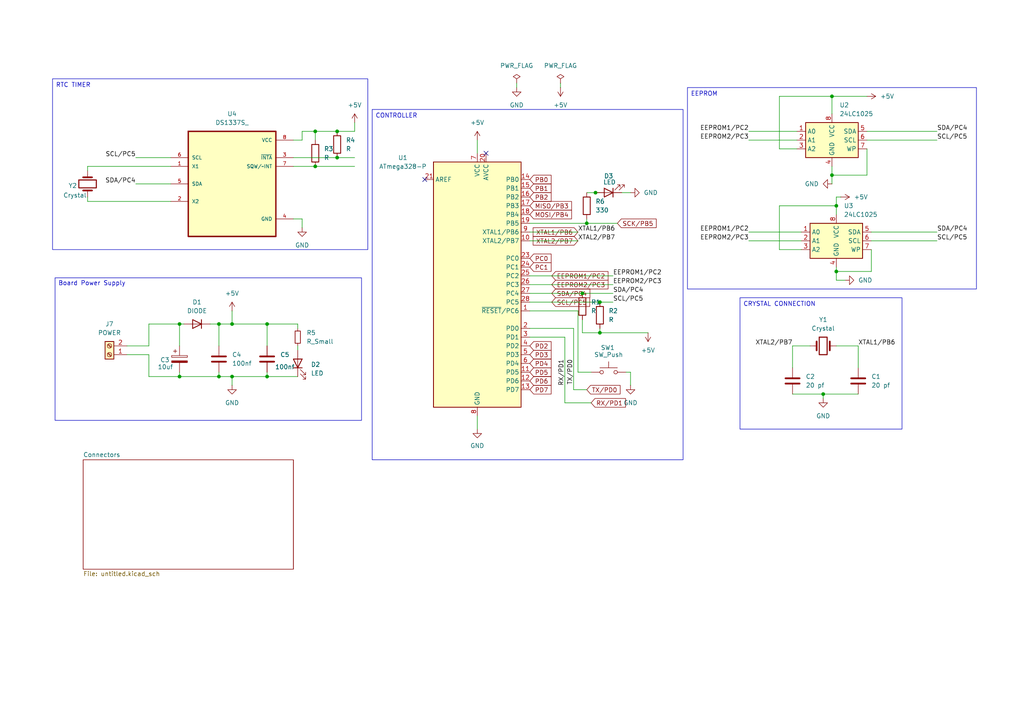
<source format=kicad_sch>
(kicad_sch (version 20231120) (generator "eeschema") (generator_version "8.0")
  (paper "A4")
  (lib_symbols
    (symbol "Connector:Screw_Terminal_01x02" (pin_names (offset 1.016) hide)
      (property "Reference" "J" (at 0 2.54 0))
      (property "Value" "Screw_Terminal_01x02" (at 0 -5.08 0))
      (symbol "Screw_Terminal_01x02_1_1"
        (rectangle (start -1.27 1.27) (end 1.27 -3.81) (stroke (width 0.254)) (fill (type background)))
        (circle (center 0 -2.54) (radius 0.635) (stroke (width 0.1524)))
        (polyline (pts (xy -0.5334 -2.2098) (xy 0.3302 -3.048)) (stroke (width 0.1524)))
        (polyline (pts (xy -0.5334 0.3302) (xy 0.3302 -0.508)) (stroke (width 0.1524)))
        (polyline (pts (xy -0.3556 -2.032) (xy 0.508 -2.8702)) (stroke (width 0.1524)))
        (polyline (pts (xy -0.3556 0.508) (xy 0.508 -0.3302)) (stroke (width 0.1524)))
        (circle (center 0 0) (radius 0.635) (stroke (width 0.1524)))
        (pin passive line (at -5.08 0 0) (length 3.81) (name "Pin_1") (number "1"))
        (pin passive line (at -5.08 -2.54 0) (length 3.81) (name "Pin_2") (number "2"))
      )
    )
    (symbol "DS1337S_:DS1337S_" (pin_names (offset 1.016))
      (property "Reference" "U" (at -12.7 16.24 0))
      (property "Value" "DS1337S_" (at -12.7 -19.24 0))
      (symbol "DS1337S__0_0"
        (rectangle (start -12.7 -15.24) (end 12.7 15.24) (stroke (width 0.41)) (fill (type background)))
        (pin input line (at -17.78 5.08 0) (length 5.08) (name "X1") (number "1"))
        (pin bidirectional line (at -17.78 -5.08 0) (length 5.08) (name "X2") (number "2"))
        (pin output line (at 17.78 7.62 180) (length 5.08) (name "~{INTA}") (number "3"))
        (pin power_in line (at 17.78 -10.16 180) (length 5.08) (name "GND") (number "4"))
        (pin bidirectional line (at -17.78 0 0) (length 5.08) (name "SDA") (number "5"))
        (pin input line (at -17.78 7.62 0) (length 5.08) (name "SCL") (number "6"))
        (pin output line (at 17.78 5.08 180) (length 5.08) (name "SQW/~INT") (number "7"))
        (pin power_in line (at 17.78 12.7 180) (length 5.08) (name "VCC") (number "8"))
      )
    )
    (symbol "Device:C" (pin_numbers hide) (pin_names (offset 0.254))
      (property "Reference" "C" (at 0.635 2.54 0))
      (property "Value" "C" (at 0.635 -2.54 0))
      (symbol "C_0_1"
        (polyline (pts (xy -2.032 -0.762) (xy 2.032 -0.762)) (stroke (width 0.508)))
        (polyline (pts (xy -2.032 0.762) (xy 2.032 0.762)) (stroke (width 0.508)))
      )
      (symbol "C_1_1"
        (pin passive line (at 0 3.81 270) (length 2.794) (name "~") (number "1"))
        (pin passive line (at 0 -3.81 90) (length 2.794) (name "~") (number "2"))
      )
    )
    (symbol "Device:C_Polarized" (pin_numbers hide) (pin_names (offset 0.254))
      (property "Reference" "C" (at 0.635 2.54 0))
      (property "Value" "C_Polarized" (at 0.635 -2.54 0))
      (symbol "C_Polarized_0_1"
        (rectangle (start -2.286 0.508) (end 2.286 1.016))
        (polyline (pts (xy -1.778 2.286) (xy -0.762 2.286)))
        (polyline (pts (xy -1.27 2.794) (xy -1.27 1.778)))
        (rectangle (start 2.286 -0.508) (end -2.286 -1.016) (fill (type outline)))
      )
      (symbol "C_Polarized_1_1"
        (pin passive line (at 0 3.81 270) (length 2.794) (name "~") (number "1"))
        (pin passive line (at 0 -3.81 90) (length 2.794) (name "~") (number "2"))
      )
    )
    (symbol "Device:Crystal" (pin_numbers hide) (pin_names (offset 1.016) hide)
      (property "Reference" "Y" (at 0 3.81 0))
      (property "Value" "Crystal" (at 0 -3.81 0))
      (symbol "Crystal_0_1"
        (rectangle (start -1.143 2.54) (end 1.143 -2.54) (stroke (width 0.3048)))
        (polyline (pts (xy -2.54 0) (xy -1.905 0)))
        (polyline (pts (xy -1.905 -1.27) (xy -1.905 1.27)) (stroke (width 0.508)))
        (polyline (pts (xy 1.905 -1.27) (xy 1.905 1.27)) (stroke (width 0.508)))
        (polyline (pts (xy 2.54 0) (xy 1.905 0)))
      )
      (symbol "Crystal_1_1"
        (pin passive line (at -3.81 0 0) (length 1.27) (name "1") (number "1"))
        (pin passive line (at 3.81 0 180) (length 1.27) (name "2") (number "2"))
      )
    )
    (symbol "Device:D" (pin_numbers hide) (pin_names (offset 1.016) hide)
      (property "Reference" "D" (at 0 2.54 0))
      (property "Value" "D" (at 0 -2.54 0))
      (symbol "D_0_1"
        (polyline (pts (xy -1.27 1.27) (xy -1.27 -1.27)) (stroke (width 0.254)))
        (polyline (pts (xy 1.27 0) (xy -1.27 0)))
        (polyline (pts (xy 1.27 1.27) (xy 1.27 -1.27) (xy -1.27 0) (xy 1.27 1.27)) (stroke (width 0.254)))
      )
      (symbol "D_1_1"
        (pin passive line (at -3.81 0 0) (length 2.54) (name "K") (number "1"))
        (pin passive line (at 3.81 0 180) (length 2.54) (name "A") (number "2"))
      )
    )
    (symbol "Device:LED" (pin_numbers hide) (pin_names (offset 1.016) hide)
      (property "Reference" "D" (at 0 2.54 0))
      (property "Value" "LED" (at 0 -2.54 0))
      (symbol "LED_0_1"
        (polyline (pts (xy -1.27 -1.27) (xy -1.27 1.27)) (stroke (width 0.254)))
        (polyline (pts (xy -1.27 0) (xy 1.27 0)))
        (polyline (pts (xy 1.27 -1.27) (xy 1.27 1.27) (xy -1.27 0) (xy 1.27 -1.27)) (stroke (width 0.254)))
        (polyline (pts (xy -3.048 -0.762) (xy -4.572 -2.286) (xy -3.81 -2.286) (xy -4.572 -2.286) (xy -4.572 -1.524)))
        (polyline (pts (xy -1.778 -0.762) (xy -3.302 -2.286) (xy -2.54 -2.286) (xy -3.302 -2.286) (xy -3.302 -1.524)))
      )
      (symbol "LED_1_1"
        (pin passive line (at -3.81 0 0) (length 2.54) (name "K") (number "1"))
        (pin passive line (at 3.81 0 180) (length 2.54) (name "A") (number "2"))
      )
    )
    (symbol "Device:R" (pin_numbers hide) (pin_names (offset 0))
      (property "Reference" "R" (at 2.032 0 90))
      (property "Value" "R" (at 0 0 90))
      (symbol "R_0_1"
        (rectangle (start -1.016 -2.54) (end 1.016 2.54) (stroke (width 0.254)))
      )
      (symbol "R_1_1"
        (pin passive line (at 0 3.81 270) (length 1.27) (name "~") (number "1"))
        (pin passive line (at 0 -3.81 90) (length 1.27) (name "~") (number "2"))
      )
    )
    (symbol "Device:R_Small" (pin_numbers hide) (pin_names (offset 0.254) hide)
      (property "Reference" "R" (at 0.762 0.508 0))
      (property "Value" "R_Small" (at 0.762 -1.016 0))
      (symbol "R_Small_0_1"
        (rectangle (start -0.762 1.778) (end 0.762 -1.778) (stroke (width 0.2032)))
      )
      (symbol "R_Small_1_1"
        (pin passive line (at 0 2.54 270) (length 0.762) (name "~") (number "1"))
        (pin passive line (at 0 -2.54 90) (length 0.762) (name "~") (number "2"))
      )
    )
    (symbol "MCU_Microchip_ATmega:ATmega328-P"
      (property "Reference" "U" (at -12.7 36.83 0))
      (property "Value" "ATmega328-P" (at 2.54 -36.83 0))
      (symbol "ATmega328-P_0_1"
        (rectangle (start -12.7 -35.56) (end 12.7 35.56) (stroke (width 0.254)) (fill (type background)))
      )
      (symbol "ATmega328-P_1_1"
        (pin bidirectional line (at 15.24 -7.62 180) (length 2.54) (name "~{RESET}/PC6") (number "1"))
        (pin bidirectional line (at 15.24 12.7 180) (length 2.54) (name "XTAL2/PB7") (number "10"))
        (pin bidirectional line (at 15.24 -25.4 180) (length 2.54) (name "PD5") (number "11"))
        (pin bidirectional line (at 15.24 -27.94 180) (length 2.54) (name "PD6") (number "12"))
        (pin bidirectional line (at 15.24 -30.48 180) (length 2.54) (name "PD7") (number "13"))
        (pin bidirectional line (at 15.24 30.48 180) (length 2.54) (name "PB0") (number "14"))
        (pin bidirectional line (at 15.24 27.94 180) (length 2.54) (name "PB1") (number "15"))
        (pin bidirectional line (at 15.24 25.4 180) (length 2.54) (name "PB2") (number "16"))
        (pin bidirectional line (at 15.24 22.86 180) (length 2.54) (name "PB3") (number "17"))
        (pin bidirectional line (at 15.24 20.32 180) (length 2.54) (name "PB4") (number "18"))
        (pin bidirectional line (at 15.24 17.78 180) (length 2.54) (name "PB5") (number "19"))
        (pin bidirectional line (at 15.24 -12.7 180) (length 2.54) (name "PD0") (number "2"))
        (pin power_in line (at 2.54 38.1 270) (length 2.54) (name "AVCC") (number "20"))
        (pin passive line (at -15.24 30.48 0) (length 2.54) (name "AREF") (number "21"))
        (pin passive line (at 0 -38.1 90) (length 2.54) hide (name "GND") (number "22"))
        (pin bidirectional line (at 15.24 7.62 180) (length 2.54) (name "PC0") (number "23"))
        (pin bidirectional line (at 15.24 5.08 180) (length 2.54) (name "PC1") (number "24"))
        (pin bidirectional line (at 15.24 2.54 180) (length 2.54) (name "PC2") (number "25"))
        (pin bidirectional line (at 15.24 0 180) (length 2.54) (name "PC3") (number "26"))
        (pin bidirectional line (at 15.24 -2.54 180) (length 2.54) (name "PC4") (number "27"))
        (pin bidirectional line (at 15.24 -5.08 180) (length 2.54) (name "PC5") (number "28"))
        (pin bidirectional line (at 15.24 -15.24 180) (length 2.54) (name "PD1") (number "3"))
        (pin bidirectional line (at 15.24 -17.78 180) (length 2.54) (name "PD2") (number "4"))
        (pin bidirectional line (at 15.24 -20.32 180) (length 2.54) (name "PD3") (number "5"))
        (pin bidirectional line (at 15.24 -22.86 180) (length 2.54) (name "PD4") (number "6"))
        (pin power_in line (at 0 38.1 270) (length 2.54) (name "VCC") (number "7"))
        (pin power_in line (at 0 -38.1 90) (length 2.54) (name "GND") (number "8"))
        (pin bidirectional line (at 15.24 15.24 180) (length 2.54) (name "XTAL1/PB6") (number "9"))
      )
    )
    (symbol "Memory_EEPROM:24LC1025"
      (property "Reference" "U" (at -6.35 6.35 0))
      (property "Value" "24LC1025" (at 1.27 6.35 0))
      (symbol "24LC1025_1_1"
        (rectangle (start -7.62 5.08) (end 7.62 -5.08) (stroke (width 0.254)) (fill (type background)))
        (pin input line (at -10.16 2.54 0) (length 2.54) (name "A0") (number "1"))
        (pin input line (at -10.16 0 0) (length 2.54) (name "A1") (number "2"))
        (pin input line (at -10.16 -2.54 0) (length 2.54) (name "A2") (number "3"))
        (pin power_in line (at 0 -7.62 90) (length 2.54) (name "GND") (number "4"))
        (pin bidirectional line (at 10.16 2.54 180) (length 2.54) (name "SDA") (number "5"))
        (pin input line (at 10.16 0 180) (length 2.54) (name "SCL") (number "6"))
        (pin input line (at 10.16 -2.54 180) (length 2.54) (name "WP") (number "7"))
        (pin power_in line (at 0 7.62 270) (length 2.54) (name "VCC") (number "8"))
      )
    )
    (symbol "Switch:SW_Push" (pin_numbers hide) (pin_names (offset 1.016) hide)
      (property "Reference" "SW" (at 1.27 2.54 0))
      (property "Value" "SW_Push" (at 0 -1.524 0))
      (symbol "SW_Push_0_1"
        (circle (center -2.032 0) (radius 0.508))
        (polyline (pts (xy 0 1.27) (xy 0 3.048)))
        (polyline (pts (xy 2.54 1.27) (xy -2.54 1.27)))
        (circle (center 2.032 0) (radius 0.508))
        (pin passive line (at -5.08 0 0) (length 2.54) (name "1") (number "1"))
        (pin passive line (at 5.08 0 180) (length 2.54) (name "2") (number "2"))
      )
    )
    (symbol "power:+5V" (power) (pin_numbers hide) (pin_names (offset 0) hide)
      (property "Value" "+5V" (at 0 3.556 0))
      (symbol "+5V_0_1"
        (polyline (pts (xy -0.762 1.27) (xy 0 2.54)))
        (polyline (pts (xy 0 0) (xy 0 2.54)))
        (polyline (pts (xy 0 2.54) (xy 0.762 1.27)))
      )
      (symbol "+5V_1_1"
        (pin power_in line (at 0 0 90) (length 0) (name "~") (number "1"))
      )
    )
    (symbol "power:GND" (power) (pin_numbers hide) (pin_names (offset 0) hide)
      (property "Value" "GND" (at 0 -3.81 0))
      (symbol "GND_0_1"
        (polyline (pts (xy 0 0) (xy 0 -1.27) (xy 1.27 -1.27) (xy 0 -2.54) (xy -1.27 -1.27) (xy 0 -1.27)))
      )
      (symbol "GND_1_1"
        (pin power_in line (at 0 0 270) (length 0) (name "~") (number "1"))
      )
    )
    (symbol "power:PWR_FLAG" (power) (pin_numbers hide) (pin_names (offset 0) hide)
      (property "Value" "PWR_FLAG" (at 0 3.81 0))
      (symbol "PWR_FLAG_0_0"
        (pin power_out line (at 0 0 90) (length 0) (name "~") (number "1"))
      )
      (symbol "PWR_FLAG_0_1"
        (polyline (pts (xy 0 0) (xy 0 1.27) (xy -1.016 1.905) (xy 0 2.54) (xy 1.016 1.905) (xy 0 1.27)))
      )
    )
  )
  (junction (at 170.18 64.77))
  (junction (at 172.72 55.88))
  (junction (at 52.07 109.22))
  (junction (at 97.79 38.1))
  (junction (at 97.79 45.72))
  (junction (at 241.3 50.8))
  (junction (at 67.31 109.22))
  (junction (at 77.47 93.98))
  (junction (at 63.5 93.98))
  (junction (at 168.91 85.09))
  (junction (at 63.5 109.22))
  (junction (at 238.76 114.3))
  (junction (at 52.07 93.98))
  (junction (at 242.57 59.69))
  (junction (at 241.3 27.94))
  (junction (at 242.57 78.74))
  (junction (at 173.99 87.63))
  (junction (at 67.31 93.98))
  (junction (at 91.44 38.1))
  (junction (at 77.47 109.22))
  (junction (at 173.99 96.52))
  (junction (at 91.44 48.26))
  (no_connect (at 123.19 52.07))
  (no_connect (at 140.97 44.45))
  (wire (pts (xy 67.31 109.22) (xy 67.31 111.76)))
  (wire (pts (xy 173.99 87.63) (xy 177.8 87.63)))
  (wire (pts (xy 242.57 59.69) (xy 242.57 62.23)))
  (wire (pts (xy 60.96 93.98) (xy 63.5 93.98)))
  (wire (pts (xy 252.73 69.85) (xy 271.78 69.85)))
  (wire (pts (xy 248.92 114.3) (xy 238.76 114.3)))
  (wire (pts (xy 87.63 38.1) (xy 91.44 38.1)))
  (wire (pts (xy 242.57 77.47) (xy 242.57 78.74)))
  (wire (pts (xy 149.86 24.13) (xy 149.86 25.4)))
  (wire (pts (xy 153.67 80.01) (xy 177.8 80.01)))
  (wire (pts (xy 234.95 100.33) (xy 229.87 100.33)))
  (wire (pts (xy 39.37 45.72) (xy 49.53 45.72)))
  (wire (pts (xy 248.92 100.33) (xy 248.92 106.68)))
  (wire (pts (xy 43.18 109.22) (xy 52.07 109.22)))
  (wire (pts (xy 226.06 59.69) (xy 242.57 59.69)))
  (wire (pts (xy 86.36 100.33) (xy 86.36 101.6)))
  (wire (pts (xy 77.47 107.95) (xy 77.47 109.22)))
  (wire (pts (xy 229.87 114.3) (xy 238.76 114.3)))
  (wire (pts (xy 251.46 43.18) (xy 251.46 50.8)))
  (wire (pts (xy 52.07 109.22) (xy 63.5 109.22)))
  (wire (pts (xy 43.18 93.98) (xy 52.07 93.98)))
  (wire (pts (xy 181.61 107.95) (xy 182.88 107.95)))
  (wire (pts (xy 52.07 107.95) (xy 52.07 109.22)))
  (wire (pts (xy 52.07 93.98) (xy 53.34 93.98)))
  (wire (pts (xy 25.4 58.42) (xy 49.53 58.42)))
  (wire (pts (xy 242.57 57.15) (xy 242.57 59.69)))
  (wire (pts (xy 241.3 48.26) (xy 241.3 50.8)))
  (wire (pts (xy 217.17 40.64) (xy 231.14 40.64)))
  (wire (pts (xy 251.46 38.1) (xy 271.78 38.1)))
  (wire (pts (xy 251.46 40.64) (xy 271.78 40.64)))
  (wire (pts (xy 243.84 57.15) (xy 242.57 57.15)))
  (wire (pts (xy 91.44 38.1) (xy 91.44 40.64)))
  (wire (pts (xy 97.79 38.1) (xy 91.44 38.1)))
  (wire (pts (xy 242.57 78.74) (xy 242.57 81.28)))
  (wire (pts (xy 251.46 50.8) (xy 241.3 50.8)))
  (wire (pts (xy 91.44 48.26) (xy 102.87 48.26)))
  (wire (pts (xy 226.06 27.94) (xy 241.3 27.94)))
  (wire (pts (xy 162.56 24.13) (xy 162.56 25.4)))
  (wire (pts (xy 170.18 55.88) (xy 172.72 55.88)))
  (wire (pts (xy 217.17 67.31) (xy 232.41 67.31)))
  (wire (pts (xy 170.18 63.5) (xy 170.18 64.77)))
  (wire (pts (xy 153.67 82.55) (xy 177.8 82.55)))
  (wire (pts (xy 242.57 100.33) (xy 248.92 100.33)))
  (wire (pts (xy 241.3 50.8) (xy 241.3 53.34)))
  (wire (pts (xy 173.99 96.52) (xy 173.99 95.25)))
  (wire (pts (xy 172.72 55.88) (xy 173.99 55.88)))
  (wire (pts (xy 179.07 64.77) (xy 170.18 64.77)))
  (wire (pts (xy 217.17 38.1) (xy 231.14 38.1)))
  (wire (pts (xy 63.5 109.22) (xy 67.31 109.22)))
  (wire (pts (xy 39.37 53.34) (xy 49.53 53.34)))
  (wire (pts (xy 43.18 93.98) (xy 43.18 100.33)))
  (wire (pts (xy 226.06 43.18) (xy 226.06 27.94)))
  (wire (pts (xy 166.37 95.25) (xy 166.37 113.03)))
  (wire (pts (xy 67.31 90.17) (xy 67.31 93.98)))
  (wire (pts (xy 238.76 114.3) (xy 238.76 115.57)))
  (wire (pts (xy 153.67 85.09) (xy 168.91 85.09)))
  (wire (pts (xy 63.5 107.95) (xy 63.5 109.22)))
  (wire (pts (xy 153.67 97.79) (xy 163.83 97.79)))
  (wire (pts (xy 77.47 93.98) (xy 86.36 93.98)))
  (wire (pts (xy 85.09 48.26) (xy 91.44 48.26)))
  (wire (pts (xy 252.73 78.74) (xy 242.57 78.74)))
  (wire (pts (xy 87.63 63.5) (xy 87.63 66.04)))
  (wire (pts (xy 168.91 96.52) (xy 173.99 96.52)))
  (wire (pts (xy 52.07 93.98) (xy 52.07 100.33)))
  (wire (pts (xy 86.36 93.98) (xy 86.36 95.25)))
  (wire (pts (xy 36.83 100.33) (xy 43.18 100.33)))
  (wire (pts (xy 182.88 107.95) (xy 182.88 111.76)))
  (wire (pts (xy 153.67 90.17) (xy 167.64 90.17)))
  (wire (pts (xy 63.5 93.98) (xy 67.31 93.98)))
  (wire (pts (xy 85.09 45.72) (xy 97.79 45.72)))
  (wire (pts (xy 241.3 27.94) (xy 251.46 27.94)))
  (wire (pts (xy 97.79 45.72) (xy 102.87 45.72)))
  (wire (pts (xy 252.73 72.39) (xy 252.73 78.74)))
  (wire (pts (xy 77.47 93.98) (xy 77.47 100.33)))
  (wire (pts (xy 153.67 87.63) (xy 173.99 87.63)))
  (wire (pts (xy 49.53 48.26) (xy 25.4 48.26)))
  (wire (pts (xy 153.67 67.31) (xy 167.64 67.31)))
  (wire (pts (xy 25.4 48.26) (xy 25.4 49.53)))
  (wire (pts (xy 167.64 90.17) (xy 167.64 107.95)))
  (wire (pts (xy 170.18 64.77) (xy 153.67 64.77)))
  (wire (pts (xy 232.41 72.39) (xy 226.06 72.39)))
  (wire (pts (xy 231.14 43.18) (xy 226.06 43.18)))
  (wire (pts (xy 252.73 67.31) (xy 271.78 67.31)))
  (wire (pts (xy 241.3 33.02) (xy 241.3 27.94)))
  (wire (pts (xy 168.91 85.09) (xy 177.8 85.09)))
  (wire (pts (xy 167.64 107.95) (xy 171.45 107.95)))
  (wire (pts (xy 226.06 72.39) (xy 226.06 59.69)))
  (wire (pts (xy 180.34 55.88) (xy 182.88 55.88)))
  (wire (pts (xy 153.67 95.25) (xy 166.37 95.25)))
  (wire (pts (xy 166.37 113.03) (xy 170.18 113.03)))
  (wire (pts (xy 187.96 96.52) (xy 173.99 96.52)))
  (wire (pts (xy 138.43 120.65) (xy 138.43 124.46)))
  (wire (pts (xy 102.87 35.56) (xy 102.87 38.1)))
  (wire (pts (xy 217.17 69.85) (xy 232.41 69.85)))
  (wire (pts (xy 85.09 63.5) (xy 87.63 63.5)))
  (wire (pts (xy 102.87 38.1) (xy 97.79 38.1)))
  (wire (pts (xy 77.47 109.22) (xy 86.36 109.22)))
  (wire (pts (xy 168.91 92.71) (xy 168.91 96.52)))
  (wire (pts (xy 163.83 97.79) (xy 163.83 116.84)))
  (wire (pts (xy 67.31 93.98) (xy 77.47 93.98)))
  (wire (pts (xy 87.63 40.64) (xy 87.63 38.1)))
  (wire (pts (xy 67.31 109.22) (xy 77.47 109.22)))
  (wire (pts (xy 63.5 93.98) (xy 63.5 100.33)))
  (wire (pts (xy 43.18 102.87) (xy 43.18 109.22)))
  (wire (pts (xy 153.67 69.85) (xy 167.64 69.85)))
  (wire (pts (xy 242.57 81.28) (xy 245.11 81.28)))
  (wire (pts (xy 85.09 40.64) (xy 87.63 40.64)))
  (wire (pts (xy 229.87 100.33) (xy 229.87 106.68)))
  (wire (pts (xy 25.4 58.42) (xy 25.4 57.15)))
  (wire (pts (xy 36.83 102.87) (xy 43.18 102.87)))
  (wire (pts (xy 163.83 116.84) (xy 171.45 116.84)))
  (wire (pts (xy 138.43 40.64) (xy 138.43 44.45)))
  (rectangle (start 15.97 80.58) (end 104.86 121.92))
  (text_box "EEPROM\n" (at 199.39 25.4 0) (size 83.82 58.42) (effects (font (size 1.27 1.27)) (justify left top)))
  (text_box "CONTROLLER\n" (at 107.95 31.75 0) (size 90.17 101.6) (effects (font (size 1.27 1.27)) (justify left top)))
  (text_box "CRYSTAL CONNECTION\n" (at 214.63 86.36 0) (size 46.99 38.1) (effects (font (size 1.27 1.27)) (justify left top)))
  (text_box "RTC TIMER\n" (at 15.24 22.86 0) (size 91.44 49.53) (effects (font (size 1.27 1.27)) (justify left top)))
  (text "Board Power Supply\n" (at 26.67 82.296 0) (effects (font (size 1.27 1.27))))
  (label "EEPROM1{slash}PC2" (at 217.17 38.1 180))
  (label "EEPROM1{slash}PC2" (at 217.17 67.31 180))
  (label "XTAL1{slash}PB6" (at 167.64 67.31 0))
  (label "SDA{slash}PC4" (at 271.78 67.31 0))
  (label "SDA{slash}PC4" (at 271.78 38.1 0))
  (label "SCL{slash}PC5" (at 271.78 69.85 0))
  (label "RX{slash}PD1" (at 163.83 104.14 270))
  (label "XTAL2{slash}PB7" (at 229.87 100.33 180))
  (label "EEPROM2{slash}PC3" (at 217.17 69.85 180))
  (label "SCL{slash}PC5" (at 271.78 40.64 0))
  (label "EEPROM2{slash}PC3" (at 177.8 82.55 0))
  (label "EEPROM1{slash}PC2" (at 177.8 80.01 0))
  (label "XTAL1{slash}PB6" (at 248.92 100.33 0))
  (label "SDA{slash}PC4" (at 177.8 85.09 0))
  (label "SDA{slash}PC4" (at 39.37 53.34 180))
  (label "SCL{slash}PC5" (at 39.37 45.72 180))
  (label "TX{slash}PD0" (at 166.37 104.14 270))
  (label "SCL{slash}PC5" (at 177.8 87.63 0))
  (label "EEPROM2{slash}PC3" (at 217.17 40.64 180))
  (label "XTAL2{slash}PB7" (at 167.64 69.85 0))
  (global_label "PD2" (shape input) (at 153.67 100.33 0) (property "Intersheetrefs" "${INTERSHEET_REFS}" (effects (hide yes))))
  (global_label "PD7" (shape input) (at 153.67 113.03 0) (property "Intersheetrefs" "${INTERSHEET_REFS}" (effects (hide yes))))
  (global_label "PB1" (shape input) (at 153.67 54.61 0) (property "Intersheetrefs" "${INTERSHEET_REFS}" (effects (hide yes))))
  (global_label "XTAL1{slash}PB6" (shape input) (at 167.64 67.31 180) (property "Intersheetrefs" "${INTERSHEET_REFS}" (effects (hide yes))))
  (global_label "XTAL2{slash}PB7" (shape input) (at 167.64 69.85 180) (property "Intersheetrefs" "${INTERSHEET_REFS}" (effects (hide yes))))
  (global_label "EEPROM1{slash}PC2" (shape input) (at 160.02 80.01 0) (property "Intersheetrefs" "${INTERSHEET_REFS}" (effects (hide yes))))
  (global_label "RX{slash}PD1" (shape input) (at 171.45 116.84 0) (property "Intersheetrefs" "${INTERSHEET_REFS}" (effects (hide yes))))
  (global_label "TX{slash}PD0" (shape input) (at 170.18 113.03 0) (property "Intersheetrefs" "${INTERSHEET_REFS}" (effects (hide yes))))
  (global_label "MISO{slash}PB3" (shape input) (at 153.67 59.69 0) (property "Intersheetrefs" "${INTERSHEET_REFS}" (effects (hide yes))))
  (global_label "PD6" (shape input) (at 153.67 110.49 0) (property "Intersheetrefs" "${INTERSHEET_REFS}" (effects (hide yes))))
  (global_label "SCL{slash}PC5" (shape input) (at 160.02 87.63 0) (property "Intersheetrefs" "${INTERSHEET_REFS}" (effects (hide yes))))
  (global_label "PB0" (shape input) (at 153.67 52.07 0) (property "Intersheetrefs" "${INTERSHEET_REFS}" (effects (hide yes))))
  (global_label "MOSI{slash}PB4" (shape input) (at 153.67 62.23 0) (property "Intersheetrefs" "${INTERSHEET_REFS}" (effects (hide yes))))
  (global_label "PB2" (shape input) (at 153.67 57.15 0) (property "Intersheetrefs" "${INTERSHEET_REFS}" (effects (hide yes))))
  (global_label "SCK{slash}PB5" (shape input) (at 179.07 64.77 0) (property "Intersheetrefs" "${INTERSHEET_REFS}" (effects (hide yes))))
  (global_label "PD3" (shape input) (at 153.67 102.87 0) (property "Intersheetrefs" "${INTERSHEET_REFS}" (effects (hide yes))))
  (global_label "PD5" (shape input) (at 153.67 107.95 0) (property "Intersheetrefs" "${INTERSHEET_REFS}" (effects (hide yes))))
  (global_label "PD4" (shape input) (at 153.67 105.41 0) (property "Intersheetrefs" "${INTERSHEET_REFS}" (effects (hide yes))))
  (global_label "PC0" (shape input) (at 153.67 74.93 0) (property "Intersheetrefs" "${INTERSHEET_REFS}" (effects (hide yes))))
  (global_label "PC1" (shape input) (at 153.67 77.47 0) (property "Intersheetrefs" "${INTERSHEET_REFS}" (effects (hide yes))))
  (global_label "SDA{slash}PC4" (shape input) (at 160.02 85.09 0) (property "Intersheetrefs" "${INTERSHEET_REFS}" (effects (hide yes))))
  (global_label "EEPROM2{slash}PC3" (shape input) (at 160.02 82.55 0) (property "Intersheetrefs" "${INTERSHEET_REFS}" (effects (hide yes))))
  (symbol (lib_id "Device:LED") (at 176.53 55.88 180) (unit 1)
    (property "Reference" "D3" (at 176.53 51.054 0))
    (property "Value" "LED" (at 176.784 52.832 0))
    (property "Footprint" "LED_SMD:LED_1206_3216Metric" (effects (hide yes)))
    (property "Description" "Light emitting diode" (effects (hide yes)))
  )
  (symbol (lib_id "power:PWR_FLAG") (at 149.86 24.13 0) (unit 1)
    (property "Reference" "#FLG02" (effects (hide yes)))
    (property "Value" "PWR_FLAG" (at 149.86 19.05 0))
    (property "Description" "Special symbol for telling ERC where power comes from" (effects (hide yes)))
  )
  (symbol (lib_id "power:PWR_FLAG") (at 162.56 24.13 0) (unit 1)
    (property "Reference" "#FLG01" (effects (hide yes)))
    (property "Value" "PWR_FLAG" (at 162.56 19.05 0))
    (property "Description" "Special symbol for telling ERC where power comes from" (effects (hide yes)))
  )
  (symbol (lib_id "power:GND") (at 245.11 81.28 90) (unit 1)
    (property "Reference" "#PWR04" (effects (hide yes)))
    (property "Value" "GND" (at 248.92 81.2799 90) (effects (justify right)))
    (property "Description" "Power symbol creates a global label with name \"GND\" , ground" (effects (hide yes)))
  )
  (symbol (lib_id "Device:R") (at 97.79 41.91 0) (unit 1)
    (property "Reference" "R4" (at 100.33 40.6399 0) (effects (justify left)))
    (property "Value" "R" (at 100.33 43.1799 0) (effects (justify left)))
    (property "Footprint" "Resistor_SMD:R_0603_1608Metric" (effects (hide yes)))
    (property "Description" "Resistor" (effects (hide yes)))
  )
  (symbol (lib_id "power:GND") (at 182.88 55.88 90) (unit 1)
    (property "Reference" "#PWR022" (effects (hide yes)))
    (property "Value" "GND" (at 186.69 55.8799 90) (effects (justify right)))
    (property "Description" "Power symbol creates a global label with name \"GND\" , ground" (effects (hide yes)))
  )
  (symbol (lib_id "Device:Crystal") (at 25.4 53.34 270) (mirror x) (unit 1)
    (property "Reference" "Y2" (at 22.352 53.848 90) (effects (justify right)))
    (property "Value" "Crystal" (at 25.146 56.642 90) (effects (justify right)))
    (property "Footprint" "Crystal:Crystal_SMD_0603-2Pin_6.0x3.5mm" (effects (hide yes)))
    (property "Description" "Two pin crystal" (effects (hide yes)))
  )
  (symbol (lib_id "power:+5V") (at 243.84 57.15 270) (unit 1)
    (property "Reference" "#PWR02" (effects (hide yes)))
    (property "Value" "+5V" (at 247.65 57.1499 90) (effects (justify left)))
    (property "Description" "Power symbol creates a global label with name \"+5V\"" (effects (hide yes)))
  )
  (symbol (lib_id "MCU_Microchip_ATmega:ATmega328-P") (at 138.43 82.55 0) (unit 1)
    (property "Reference" "U1" (at 116.84 45.7514 0))
    (property "Value" "ATmega328-P" (at 116.84 48.2914 0))
    (property "Footprint" "Package_DIP:DIP-28_W7.62mm" (effects (hide yes)))
    (property "Datasheet" "http://ww1.microchip.com/downloads/en/DeviceDoc/ATmega328_P%20AVR%20MCU%20with%20picoPower%20Technology%20Data%20Sheet%2040001984A.pdf" (effects (hide yes)))
    (property "Description" "20MHz, 32kB Flash, 2kB SRAM, 1kB EEPROM, DIP-28" (effects (hide yes)))
  )
  (symbol (lib_id "Device:C") (at 77.47 104.14 0) (unit 1)
    (property "Reference" "C5" (at 81.28 102.8699 0) (effects (justify left)))
    (property "Value" "100nf" (at 79.756 106.426 0) (effects (justify left)))
    (property "Footprint" "Capacitor_SMD:C_0402_1005Metric" (effects (hide yes)))
    (property "Description" "Unpolarized capacitor" (effects (hide yes)))
  )
  (symbol (lib_id "Device:C") (at 229.87 110.49 0) (unit 1)
    (property "Reference" "C2" (at 233.68 109.2199 0) (effects (justify left)))
    (property "Value" "20 pf" (at 233.68 111.7599 0) (effects (justify left)))
    (property "Footprint" "Capacitor_SMD:C_0402_1005Metric" (effects (hide yes)))
    (property "Description" "Unpolarized capacitor" (effects (hide yes)))
  )
  (symbol (lib_id "Device:C") (at 63.5 104.14 0) (unit 1)
    (property "Reference" "C4" (at 67.31 102.8699 0) (effects (justify left)))
    (property "Value" "100nf" (at 67.31 105.4099 0) (effects (justify left)))
    (property "Footprint" "Capacitor_SMD:C_0402_1005Metric" (effects (hide yes)))
    (property "Description" "Unpolarized capacitor" (effects (hide yes)))
  )
  (symbol (lib_id "Device:Crystal") (at 238.76 100.33 0) (unit 1)
    (property "Reference" "Y1" (at 238.76 92.71 0))
    (property "Value" "Crystal" (at 238.76 95.25 0))
    (property "Footprint" "Crystal:Crystal_SMD_0603-2Pin_6.0x3.5mm" (effects (hide yes)))
    (property "Description" "Two pin crystal" (effects (hide yes)))
  )
  (symbol (lib_id "power:GND") (at 238.76 115.57 0) (unit 1)
    (property "Reference" "#PWR05" (effects (hide yes)))
    (property "Value" "GND" (at 238.76 120.65 0))
    (property "Description" "Power symbol creates a global label with name \"GND\" , ground" (effects (hide yes)))
  )
  (symbol (lib_id "power:+5V") (at 67.31 90.17 0) (unit 1)
    (property "Reference" "#PWR09" (effects (hide yes)))
    (property "Value" "+5V" (at 67.31 85.09 0))
    (property "Description" "Power symbol creates a global label with name \"+5V\"" (effects (hide yes)))
  )
  (symbol (lib_id "power:+5V") (at 187.96 96.52 180) (unit 1)
    (property "Reference" "#PWR01" (effects (hide yes)))
    (property "Value" "+5V" (at 187.96 101.6 0))
    (property "Description" "Power symbol creates a global label with name \"+5V\"" (effects (hide yes)))
  )
  (symbol (lib_id "Device:D") (at 57.15 93.98 180) (unit 1)
    (property "Reference" "D1" (at 57.15 87.63 0))
    (property "Value" "DIODE" (at 57.15 90.17 0))
    (property "Footprint" "Diode_THT:D_A-405_P7.62mm_Horizontal" (effects (hide yes)))
    (property "Description" "Diode" (effects (hide yes)))
    (property "Sim.Device" "D" (effects (hide yes)))
    (property "Sim.Pins" "1=K 2=A" (effects (hide yes)))
  )
  (symbol (lib_id "power:+5V") (at 251.46 27.94 270) (unit 1)
    (property "Reference" "#PWR06" (effects (hide yes)))
    (property "Value" "+5V" (at 255.27 27.9399 90) (effects (justify left)))
    (property "Description" "Power symbol creates a global label with name \"+5V\"" (effects (hide yes)))
  )
  (symbol (lib_id "power:GND") (at 241.3 53.34 270) (unit 1)
    (property "Reference" "#PWR03" (effects (hide yes)))
    (property "Value" "GND" (at 237.49 53.3399 90) (effects (justify right)))
    (property "Description" "Power symbol creates a global label with name \"GND\" , ground" (effects (hide yes)))
  )
  (symbol (lib_id "power:GND") (at 149.86 25.4 0) (unit 1)
    (property "Reference" "#PWR014" (effects (hide yes)))
    (property "Value" "GND" (at 149.86 30.48 0))
    (property "Description" "Power symbol creates a global label with name \"GND\" , ground" (effects (hide yes)))
  )
  (symbol (lib_id "Device:R") (at 173.99 91.44 0) (unit 1)
    (property "Reference" "R2" (at 176.53 90.1699 0) (effects (justify left)))
    (property "Value" "R" (at 176.53 92.7099 0) (effects (justify left)))
    (property "Footprint" "Resistor_SMD:R_0603_1608Metric" (effects (hide yes)))
    (property "Description" "Resistor" (effects (hide yes)))
  )
  (symbol (lib_id "Device:C") (at 248.92 110.49 0) (unit 1)
    (property "Reference" "C1" (at 252.73 109.2199 0) (effects (justify left)))
    (property "Value" "20 pf" (at 252.73 111.7599 0) (effects (justify left)))
    (property "Footprint" "Capacitor_SMD:C_0402_1005Metric" (effects (hide yes)))
    (property "Description" "Unpolarized capacitor" (effects (hide yes)))
  )
  (symbol (lib_id "power:+5V") (at 102.87 35.56 0) (unit 1)
    (property "Reference" "#PWR07" (effects (hide yes)))
    (property "Value" "+5V" (at 102.87 30.48 0))
    (property "Description" "Power symbol creates a global label with name \"+5V\"" (effects (hide yes)))
  )
  (symbol (lib_id "DS1337S_:DS1337S_") (at 67.31 53.34 0) (unit 1)
    (property "Reference" "U4" (at 67.31 33.02 0))
    (property "Value" "DS1337S_" (at 67.31 35.56 0))
    (property "Footprint" "DS1337S_:SOIC127P600X175-8N" (effects (hide yes)))
    (property "MF" "Analog Devices" (effects (hide yes)))
    (property "Description_1" "\n                        \n                            I²C Serial Real-Time Clock\n                        \n" (effects (hide yes)))
    (property "Package" "SOIC-8 Maxim" (effects (hide yes)))
    (property "Price" "None" (effects (hide yes)))
    (property "SnapEDA_Link" "https://www.snapeda.com/parts/DS1337S+/Analog+Devices/view-part/?ref=snap" (effects (hide yes)))
    (property "MP" "DS1337S+" (effects (hide yes)))
    (property "Availability" "In Stock" (effects (hide yes)))
    (property "Check_prices" "https://www.snapeda.com/parts/DS1337S+/Analog+Devices/view-part/?ref=eda" (effects (hide yes)))
  )
  (symbol (lib_id "Device:R_Small") (at 86.36 97.79 0) (unit 1)
    (property "Reference" "R5" (at 88.9 96.5199 0) (effects (justify left)))
    (property "Value" "R_Small" (at 88.9 99.0599 0) (effects (justify left)))
    (property "Footprint" "Resistor_SMD:R_1206_3216Metric" (effects (hide yes)))
    (property "Description" "Resistor, small symbol" (effects (hide yes)))
  )
  (symbol (lib_id "Connector:Screw_Terminal_01x02") (at 31.75 102.87 180) (unit 1)
    (property "Reference" "J7" (at 31.75 93.98 0))
    (property "Value" "POWER" (at 31.75 96.52 0))
    (property "Footprint" "TerminalBlock_Phoenix:TerminalBlock_Phoenix_MKDS-1,5-2-5.08_1x02_P5.08mm_Horizontal" (effects (hide yes)))
    (property "Description" "Generic screw terminal, single row, 01x02, script generated (kicad-library-utils/schlib/autogen/connector/)" (effects (hide yes)))
  )
  (symbol (lib_id "power:GND") (at 182.88 111.76 0) (unit 1)
    (property "Reference" "#PWR013" (effects (hide yes)))
    (property "Value" "GND" (at 182.88 116.84 0))
    (property "Description" "Power symbol creates a global label with name \"GND\" , ground" (effects (hide yes)))
  )
  (symbol (lib_id "Memory_EEPROM:24LC1025") (at 242.57 69.85 0) (unit 1)
    (property "Reference" "U3" (at 244.7641 59.69 0) (effects (justify left)))
    (property "Value" "24LC1025" (at 244.7641 62.23 0) (effects (justify left)))
    (property "Footprint" "Package_DIP:DIP-8_W7.62mm" (effects (hide yes)))
    (property "Datasheet" "http://ww1.microchip.com/downloads/en/DeviceDoc/21941B.pdf" (effects (hide yes)))
    (property "Description" "I2C Serial EEPROM, 1024Kb, DIP-8/SOIC-8/TSSOP-8/DFN-8" (effects (hide yes)))
  )
  (symbol (lib_id "power:+5V") (at 162.56 25.4 180) (unit 1)
    (property "Reference" "#PWR015" (effects (hide yes)))
    (property "Value" "+5V" (at 162.56 30.48 0))
    (property "Description" "Power symbol creates a global label with name \"+5V\"" (effects (hide yes)))
  )
  (symbol (lib_id "power:GND") (at 67.31 111.76 0) (unit 1)
    (property "Reference" "#PWR010" (effects (hide yes)))
    (property "Value" "GND" (at 67.31 116.84 0))
    (property "Description" "Power symbol creates a global label with name \"GND\" , ground" (effects (hide yes)))
  )
  (symbol (lib_id "power:GND") (at 138.43 124.46 0) (unit 1)
    (property "Reference" "#PWR011" (effects (hide yes)))
    (property "Value" "GND" (at 138.43 129.286 0))
    (property "Description" "Power symbol creates a global label with name \"GND\" , ground" (effects (hide yes)))
  )
  (symbol (lib_id "Device:C_Polarized") (at 52.07 104.14 0) (unit 1)
    (property "Reference" "C3" (at 46.482 104.394 0) (effects (justify left)))
    (property "Value" "10uf" (at 45.72 106.426 0) (effects (justify left)))
    (property "Footprint" "Capacitor_SMD:C_0402_1005Metric" (effects (hide yes)))
    (property "Description" "Polarized capacitor" (effects (hide yes)))
  )
  (symbol (lib_id "Device:R") (at 168.91 88.9 0) (unit 1)
    (property "Reference" "R1" (at 171.45 87.6299 0) (effects (justify left)))
    (property "Value" "R" (at 171.45 90.1699 0) (effects (justify left)))
    (property "Footprint" "Resistor_SMD:R_0603_1608Metric" (effects (hide yes)))
    (property "Description" "Resistor" (effects (hide yes)))
  )
  (symbol (lib_id "power:GND") (at 87.63 66.04 0) (unit 1)
    (property "Reference" "#PWR08" (effects (hide yes)))
    (property "Value" "GND" (at 87.63 71.12 0))
    (property "Description" "Power symbol creates a global label with name \"GND\" , ground" (effects (hide yes)))
  )
  (symbol (lib_id "power:+5V") (at 138.43 40.64 0) (unit 1)
    (property "Reference" "#PWR012" (effects (hide yes)))
    (property "Value" "+5V" (at 138.43 35.56 0))
    (property "Description" "Power symbol creates a global label with name \"+5V\"" (effects (hide yes)))
  )
  (symbol (lib_id "Device:R") (at 170.18 59.69 180) (unit 1)
    (property "Reference" "R6" (at 172.72 58.4199 0) (effects (justify right)))
    (property "Value" "330" (at 172.72 60.9599 0) (effects (justify right)))
    (property "Footprint" "Resistor_SMD:R_0603_1608Metric" (effects (hide yes)))
    (property "Description" "Resistor" (effects (hide yes)))
  )
  (symbol (lib_id "Device:LED") (at 86.36 105.41 90) (unit 1)
    (property "Reference" "D2" (at 90.17 105.7274 90) (effects (justify right)))
    (property "Value" "LED" (at 90.17 108.2674 90) (effects (justify right)))
    (property "Footprint" "LED_SMD:LED_1206_3216Metric" (effects (hide yes)))
    (property "Description" "Light emitting diode" (effects (hide yes)))
  )
  (symbol (lib_id "Device:R") (at 91.44 44.45 0) (unit 1)
    (property "Reference" "R3" (at 93.98 43.1799 0) (effects (justify left)))
    (property "Value" "R" (at 93.98 45.7199 0) (effects (justify left)))
    (property "Footprint" "Resistor_SMD:R_0603_1608Metric" (effects (hide yes)))
    (property "Description" "Resistor" (effects (hide yes)))
  )
  (symbol (lib_id "Memory_EEPROM:24LC1025") (at 241.3 40.64 0) (unit 1)
    (property "Reference" "U2" (at 243.4941 30.48 0) (effects (justify left)))
    (property "Value" "24LC1025" (at 243.4941 33.02 0) (effects (justify left)))
    (property "Footprint" "Package_DIP:DIP-8_W7.62mm" (effects (hide yes)))
    (property "Datasheet" "http://ww1.microchip.com/downloads/en/DeviceDoc/21941B.pdf" (effects (hide yes)))
    (property "Description" "I2C Serial EEPROM, 1024Kb, DIP-8/SOIC-8/TSSOP-8/DFN-8" (effects (hide yes)))
  )
  (symbol (lib_id "Switch:SW_Push") (at 176.53 107.95 0) (unit 1)
    (property "Reference" "SW1" (at 176.276 100.838 0))
    (property "Value" "SW_Push" (at 176.53 102.87 0))
    (property "Footprint" "Button_Switch_THT:SW_PUSH_6mm_H4.3mm" (effects (hide yes)))
    (property "Description" "Push button switch, generic, two pins" (effects (hide yes)))
  )
  (sheet (at 24.13 133.35) (size 60.96 31.75) (stroke (width 0.1524))
    (property "Sheetname" "Connectors" (at 24.13 132.6384 0) (effects (justify left bottom)))
    (property "Sheetfile" "untitled.kicad_sch" (at 24.13 165.6846 0) (effects (justify left top)))
  )
)
</source>
